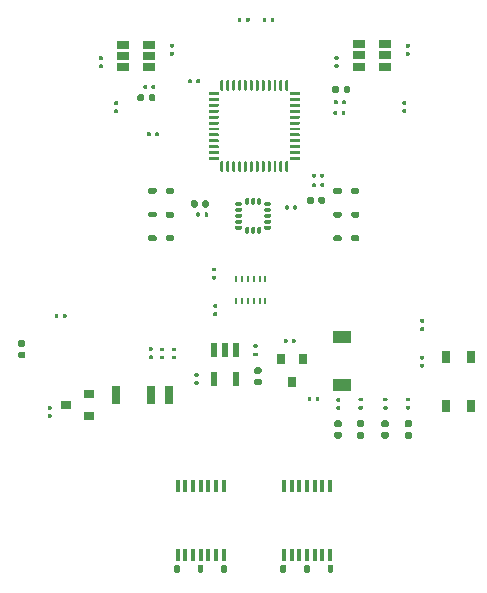
<source format=gtp>
G04 #@! TF.GenerationSoftware,KiCad,Pcbnew,(5.1.7)-1*
G04 #@! TF.CreationDate,2021-06-03T00:57:12+09:00*
G04 #@! TF.ProjectId,lapis,6c617069-732e-46b6-9963-61645f706362,rev?*
G04 #@! TF.SameCoordinates,Original*
G04 #@! TF.FileFunction,Paste,Top*
G04 #@! TF.FilePolarity,Positive*
%FSLAX46Y46*%
G04 Gerber Fmt 4.6, Leading zero omitted, Abs format (unit mm)*
G04 Created by KiCad (PCBNEW (5.1.7)-1) date 2021-06-03 00:57:12*
%MOMM*%
%LPD*%
G01*
G04 APERTURE LIST*
%ADD10R,0.700000X1.500000*%
%ADD11R,0.600000X1.200000*%
%ADD12R,0.250000X0.500000*%
%ADD13R,0.450000X1.000000*%
%ADD14R,1.060000X0.650000*%
%ADD15R,0.650000X1.050000*%
%ADD16R,0.800000X0.900000*%
%ADD17R,0.900000X0.800000*%
%ADD18R,1.600000X1.000000*%
G04 APERTURE END LIST*
D10*
X138090000Y-118980000D03*
X136590000Y-118980000D03*
X133590000Y-118980000D03*
D11*
X143750000Y-117650000D03*
X141850000Y-117650000D03*
X141850000Y-115150000D03*
X142800000Y-115150000D03*
X143750000Y-115150000D03*
D12*
X143740000Y-109140000D03*
X144240000Y-109140000D03*
X144740000Y-109140000D03*
X145240000Y-109140000D03*
X145740000Y-109140000D03*
X146240000Y-109140000D03*
X146240000Y-111040000D03*
X145740000Y-111040000D03*
X145240000Y-111040000D03*
X144740000Y-111040000D03*
X144240000Y-111040000D03*
X143740000Y-111040000D03*
D13*
X142700000Y-132538000D03*
X142050000Y-132538000D03*
X141400000Y-132538000D03*
X140750000Y-132538000D03*
X140100000Y-132538000D03*
X139450000Y-132538000D03*
X138800000Y-132538000D03*
X138800000Y-126662000D03*
X139450000Y-126662000D03*
X140100000Y-126662000D03*
X140750000Y-126662000D03*
X141400000Y-126662000D03*
X142050000Y-126662000D03*
X142700000Y-126662000D03*
X151700000Y-132538000D03*
X151050000Y-132538000D03*
X150400000Y-132538000D03*
X149750000Y-132538000D03*
X149100000Y-132538000D03*
X148450000Y-132538000D03*
X147800000Y-132538000D03*
X147800000Y-126662000D03*
X148450000Y-126662000D03*
X149100000Y-126662000D03*
X149750000Y-126662000D03*
X150400000Y-126662000D03*
X151050000Y-126662000D03*
X151700000Y-126662000D03*
D14*
X156330000Y-90220000D03*
X156330000Y-89270000D03*
X156330000Y-91170000D03*
X154130000Y-91170000D03*
X154130000Y-90220000D03*
X154130000Y-89270000D03*
X136420000Y-90260000D03*
X136420000Y-89310000D03*
X136420000Y-91210000D03*
X134220000Y-91210000D03*
X134220000Y-90260000D03*
X134220000Y-89310000D03*
G36*
G01*
X150493500Y-119400500D02*
X150493500Y-119199500D01*
G75*
G02*
X150573000Y-119120000I79500J0D01*
G01*
X150732000Y-119120000D01*
G75*
G02*
X150811500Y-119199500I0J-79500D01*
G01*
X150811500Y-119400500D01*
G75*
G02*
X150732000Y-119480000I-79500J0D01*
G01*
X150573000Y-119480000D01*
G75*
G02*
X150493500Y-119400500I0J79500D01*
G01*
G37*
G36*
G01*
X149803500Y-119400500D02*
X149803500Y-119199500D01*
G75*
G02*
X149883000Y-119120000I79500J0D01*
G01*
X150042000Y-119120000D01*
G75*
G02*
X150121500Y-119199500I0J-79500D01*
G01*
X150121500Y-119400500D01*
G75*
G02*
X150042000Y-119480000I-79500J0D01*
G01*
X149883000Y-119480000D01*
G75*
G02*
X149803500Y-119400500I0J79500D01*
G01*
G37*
G36*
G01*
X148114000Y-114299500D02*
X148114000Y-114500500D01*
G75*
G02*
X148034500Y-114580000I-79500J0D01*
G01*
X147875500Y-114580000D01*
G75*
G02*
X147796000Y-114500500I0J79500D01*
G01*
X147796000Y-114299500D01*
G75*
G02*
X147875500Y-114220000I79500J0D01*
G01*
X148034500Y-114220000D01*
G75*
G02*
X148114000Y-114299500I0J-79500D01*
G01*
G37*
G36*
G01*
X148804000Y-114299500D02*
X148804000Y-114500500D01*
G75*
G02*
X148724500Y-114580000I-79500J0D01*
G01*
X148565500Y-114580000D01*
G75*
G02*
X148486000Y-114500500I0J79500D01*
G01*
X148486000Y-114299500D01*
G75*
G02*
X148565500Y-114220000I79500J0D01*
G01*
X148724500Y-114220000D01*
G75*
G02*
X148804000Y-114299500I0J-79500D01*
G01*
G37*
G36*
G01*
X159605500Y-115971500D02*
X159404500Y-115971500D01*
G75*
G02*
X159325000Y-115892000I0J79500D01*
G01*
X159325000Y-115733000D01*
G75*
G02*
X159404500Y-115653500I79500J0D01*
G01*
X159605500Y-115653500D01*
G75*
G02*
X159685000Y-115733000I0J-79500D01*
G01*
X159685000Y-115892000D01*
G75*
G02*
X159605500Y-115971500I-79500J0D01*
G01*
G37*
G36*
G01*
X159605500Y-116661500D02*
X159404500Y-116661500D01*
G75*
G02*
X159325000Y-116582000I0J79500D01*
G01*
X159325000Y-116423000D01*
G75*
G02*
X159404500Y-116343500I79500J0D01*
G01*
X159605500Y-116343500D01*
G75*
G02*
X159685000Y-116423000I0J-79500D01*
G01*
X159685000Y-116582000D01*
G75*
G02*
X159605500Y-116661500I-79500J0D01*
G01*
G37*
G36*
G01*
X152500500Y-119546500D02*
X152299500Y-119546500D01*
G75*
G02*
X152220000Y-119467000I0J79500D01*
G01*
X152220000Y-119308000D01*
G75*
G02*
X152299500Y-119228500I79500J0D01*
G01*
X152500500Y-119228500D01*
G75*
G02*
X152580000Y-119308000I0J-79500D01*
G01*
X152580000Y-119467000D01*
G75*
G02*
X152500500Y-119546500I-79500J0D01*
G01*
G37*
G36*
G01*
X152500500Y-120236500D02*
X152299500Y-120236500D01*
G75*
G02*
X152220000Y-120157000I0J79500D01*
G01*
X152220000Y-119998000D01*
G75*
G02*
X152299500Y-119918500I79500J0D01*
G01*
X152500500Y-119918500D01*
G75*
G02*
X152580000Y-119998000I0J-79500D01*
G01*
X152580000Y-120157000D01*
G75*
G02*
X152500500Y-120236500I-79500J0D01*
G01*
G37*
G36*
G01*
X154400500Y-119514000D02*
X154199500Y-119514000D01*
G75*
G02*
X154120000Y-119434500I0J79500D01*
G01*
X154120000Y-119275500D01*
G75*
G02*
X154199500Y-119196000I79500J0D01*
G01*
X154400500Y-119196000D01*
G75*
G02*
X154480000Y-119275500I0J-79500D01*
G01*
X154480000Y-119434500D01*
G75*
G02*
X154400500Y-119514000I-79500J0D01*
G01*
G37*
G36*
G01*
X154400500Y-120204000D02*
X154199500Y-120204000D01*
G75*
G02*
X154120000Y-120124500I0J79500D01*
G01*
X154120000Y-119965500D01*
G75*
G02*
X154199500Y-119886000I79500J0D01*
G01*
X154400500Y-119886000D01*
G75*
G02*
X154480000Y-119965500I0J-79500D01*
G01*
X154480000Y-120124500D01*
G75*
G02*
X154400500Y-120204000I-79500J0D01*
G01*
G37*
G36*
G01*
X156500500Y-119514000D02*
X156299500Y-119514000D01*
G75*
G02*
X156220000Y-119434500I0J79500D01*
G01*
X156220000Y-119275500D01*
G75*
G02*
X156299500Y-119196000I79500J0D01*
G01*
X156500500Y-119196000D01*
G75*
G02*
X156580000Y-119275500I0J-79500D01*
G01*
X156580000Y-119434500D01*
G75*
G02*
X156500500Y-119514000I-79500J0D01*
G01*
G37*
G36*
G01*
X156500500Y-120204000D02*
X156299500Y-120204000D01*
G75*
G02*
X156220000Y-120124500I0J79500D01*
G01*
X156220000Y-119965500D01*
G75*
G02*
X156299500Y-119886000I79500J0D01*
G01*
X156500500Y-119886000D01*
G75*
G02*
X156580000Y-119965500I0J-79500D01*
G01*
X156580000Y-120124500D01*
G75*
G02*
X156500500Y-120204000I-79500J0D01*
G01*
G37*
G36*
G01*
X158400500Y-119514000D02*
X158199500Y-119514000D01*
G75*
G02*
X158120000Y-119434500I0J79500D01*
G01*
X158120000Y-119275500D01*
G75*
G02*
X158199500Y-119196000I79500J0D01*
G01*
X158400500Y-119196000D01*
G75*
G02*
X158480000Y-119275500I0J-79500D01*
G01*
X158480000Y-119434500D01*
G75*
G02*
X158400500Y-119514000I-79500J0D01*
G01*
G37*
G36*
G01*
X158400500Y-120204000D02*
X158199500Y-120204000D01*
G75*
G02*
X158120000Y-120124500I0J79500D01*
G01*
X158120000Y-119965500D01*
G75*
G02*
X158199500Y-119886000I79500J0D01*
G01*
X158400500Y-119886000D01*
G75*
G02*
X158480000Y-119965500I0J-79500D01*
G01*
X158480000Y-120124500D01*
G75*
G02*
X158400500Y-120204000I-79500J0D01*
G01*
G37*
G36*
G01*
X152360500Y-90576500D02*
X152159500Y-90576500D01*
G75*
G02*
X152080000Y-90497000I0J79500D01*
G01*
X152080000Y-90338000D01*
G75*
G02*
X152159500Y-90258500I79500J0D01*
G01*
X152360500Y-90258500D01*
G75*
G02*
X152440000Y-90338000I0J-79500D01*
G01*
X152440000Y-90497000D01*
G75*
G02*
X152360500Y-90576500I-79500J0D01*
G01*
G37*
G36*
G01*
X152360500Y-91266500D02*
X152159500Y-91266500D01*
G75*
G02*
X152080000Y-91187000I0J79500D01*
G01*
X152080000Y-91028000D01*
G75*
G02*
X152159500Y-90948500I79500J0D01*
G01*
X152360500Y-90948500D01*
G75*
G02*
X152440000Y-91028000I0J-79500D01*
G01*
X152440000Y-91187000D01*
G75*
G02*
X152360500Y-91266500I-79500J0D01*
G01*
G37*
G36*
G01*
X129086000Y-112400500D02*
X129086000Y-112199500D01*
G75*
G02*
X129165500Y-112120000I79500J0D01*
G01*
X129324500Y-112120000D01*
G75*
G02*
X129404000Y-112199500I0J-79500D01*
G01*
X129404000Y-112400500D01*
G75*
G02*
X129324500Y-112480000I-79500J0D01*
G01*
X129165500Y-112480000D01*
G75*
G02*
X129086000Y-112400500I0J79500D01*
G01*
G37*
G36*
G01*
X128396000Y-112400500D02*
X128396000Y-112199500D01*
G75*
G02*
X128475500Y-112120000I79500J0D01*
G01*
X128634500Y-112120000D01*
G75*
G02*
X128714000Y-112199500I0J-79500D01*
G01*
X128714000Y-112400500D01*
G75*
G02*
X128634500Y-112480000I-79500J0D01*
G01*
X128475500Y-112480000D01*
G75*
G02*
X128396000Y-112400500I0J79500D01*
G01*
G37*
G36*
G01*
X137399500Y-115646000D02*
X137600500Y-115646000D01*
G75*
G02*
X137680000Y-115725500I0J-79500D01*
G01*
X137680000Y-115884500D01*
G75*
G02*
X137600500Y-115964000I-79500J0D01*
G01*
X137399500Y-115964000D01*
G75*
G02*
X137320000Y-115884500I0J79500D01*
G01*
X137320000Y-115725500D01*
G75*
G02*
X137399500Y-115646000I79500J0D01*
G01*
G37*
G36*
G01*
X137399500Y-114956000D02*
X137600500Y-114956000D01*
G75*
G02*
X137680000Y-115035500I0J-79500D01*
G01*
X137680000Y-115194500D01*
G75*
G02*
X137600500Y-115274000I-79500J0D01*
G01*
X137399500Y-115274000D01*
G75*
G02*
X137320000Y-115194500I0J79500D01*
G01*
X137320000Y-115035500D01*
G75*
G02*
X137399500Y-114956000I79500J0D01*
G01*
G37*
G36*
G01*
X136630500Y-115254000D02*
X136429500Y-115254000D01*
G75*
G02*
X136350000Y-115174500I0J79500D01*
G01*
X136350000Y-115015500D01*
G75*
G02*
X136429500Y-114936000I79500J0D01*
G01*
X136630500Y-114936000D01*
G75*
G02*
X136710000Y-115015500I0J-79500D01*
G01*
X136710000Y-115174500D01*
G75*
G02*
X136630500Y-115254000I-79500J0D01*
G01*
G37*
G36*
G01*
X136630500Y-115944000D02*
X136429500Y-115944000D01*
G75*
G02*
X136350000Y-115864500I0J79500D01*
G01*
X136350000Y-115705500D01*
G75*
G02*
X136429500Y-115626000I79500J0D01*
G01*
X136630500Y-115626000D01*
G75*
G02*
X136710000Y-115705500I0J-79500D01*
G01*
X136710000Y-115864500D01*
G75*
G02*
X136630500Y-115944000I-79500J0D01*
G01*
G37*
G36*
G01*
X128070500Y-120226500D02*
X127869500Y-120226500D01*
G75*
G02*
X127790000Y-120147000I0J79500D01*
G01*
X127790000Y-119988000D01*
G75*
G02*
X127869500Y-119908500I79500J0D01*
G01*
X128070500Y-119908500D01*
G75*
G02*
X128150000Y-119988000I0J-79500D01*
G01*
X128150000Y-120147000D01*
G75*
G02*
X128070500Y-120226500I-79500J0D01*
G01*
G37*
G36*
G01*
X128070500Y-120916500D02*
X127869500Y-120916500D01*
G75*
G02*
X127790000Y-120837000I0J79500D01*
G01*
X127790000Y-120678000D01*
G75*
G02*
X127869500Y-120598500I79500J0D01*
G01*
X128070500Y-120598500D01*
G75*
G02*
X128150000Y-120678000I0J-79500D01*
G01*
X128150000Y-120837000D01*
G75*
G02*
X128070500Y-120916500I-79500J0D01*
G01*
G37*
G36*
G01*
X144586000Y-87300500D02*
X144586000Y-87099500D01*
G75*
G02*
X144665500Y-87020000I79500J0D01*
G01*
X144824500Y-87020000D01*
G75*
G02*
X144904000Y-87099500I0J-79500D01*
G01*
X144904000Y-87300500D01*
G75*
G02*
X144824500Y-87380000I-79500J0D01*
G01*
X144665500Y-87380000D01*
G75*
G02*
X144586000Y-87300500I0J79500D01*
G01*
G37*
G36*
G01*
X143896000Y-87300500D02*
X143896000Y-87099500D01*
G75*
G02*
X143975500Y-87020000I79500J0D01*
G01*
X144134500Y-87020000D01*
G75*
G02*
X144214000Y-87099500I0J-79500D01*
G01*
X144214000Y-87300500D01*
G75*
G02*
X144134500Y-87380000I-79500J0D01*
G01*
X143975500Y-87380000D01*
G75*
G02*
X143896000Y-87300500I0J79500D01*
G01*
G37*
G36*
G01*
X133700500Y-94414000D02*
X133499500Y-94414000D01*
G75*
G02*
X133420000Y-94334500I0J79500D01*
G01*
X133420000Y-94175500D01*
G75*
G02*
X133499500Y-94096000I79500J0D01*
G01*
X133700500Y-94096000D01*
G75*
G02*
X133780000Y-94175500I0J-79500D01*
G01*
X133780000Y-94334500D01*
G75*
G02*
X133700500Y-94414000I-79500J0D01*
G01*
G37*
G36*
G01*
X133700500Y-95104000D02*
X133499500Y-95104000D01*
G75*
G02*
X133420000Y-95024500I0J79500D01*
G01*
X133420000Y-94865500D01*
G75*
G02*
X133499500Y-94786000I79500J0D01*
G01*
X133700500Y-94786000D01*
G75*
G02*
X133780000Y-94865500I0J-79500D01*
G01*
X133780000Y-95024500D01*
G75*
G02*
X133700500Y-95104000I-79500J0D01*
G01*
G37*
G36*
G01*
X158100500Y-94414000D02*
X157899500Y-94414000D01*
G75*
G02*
X157820000Y-94334500I0J79500D01*
G01*
X157820000Y-94175500D01*
G75*
G02*
X157899500Y-94096000I79500J0D01*
G01*
X158100500Y-94096000D01*
G75*
G02*
X158180000Y-94175500I0J-79500D01*
G01*
X158180000Y-94334500D01*
G75*
G02*
X158100500Y-94414000I-79500J0D01*
G01*
G37*
G36*
G01*
X158100500Y-95104000D02*
X157899500Y-95104000D01*
G75*
G02*
X157820000Y-95024500I0J79500D01*
G01*
X157820000Y-94865500D01*
G75*
G02*
X157899500Y-94786000I79500J0D01*
G01*
X158100500Y-94786000D01*
G75*
G02*
X158180000Y-94865500I0J-79500D01*
G01*
X158180000Y-95024500D01*
G75*
G02*
X158100500Y-95104000I-79500J0D01*
G01*
G37*
G36*
G01*
X146314000Y-87099500D02*
X146314000Y-87300500D01*
G75*
G02*
X146234500Y-87380000I-79500J0D01*
G01*
X146075500Y-87380000D01*
G75*
G02*
X145996000Y-87300500I0J79500D01*
G01*
X145996000Y-87099500D01*
G75*
G02*
X146075500Y-87020000I79500J0D01*
G01*
X146234500Y-87020000D01*
G75*
G02*
X146314000Y-87099500I0J-79500D01*
G01*
G37*
G36*
G01*
X147004000Y-87099500D02*
X147004000Y-87300500D01*
G75*
G02*
X146924500Y-87380000I-79500J0D01*
G01*
X146765500Y-87380000D01*
G75*
G02*
X146686000Y-87300500I0J79500D01*
G01*
X146686000Y-87099500D01*
G75*
G02*
X146765500Y-87020000I79500J0D01*
G01*
X146924500Y-87020000D01*
G75*
G02*
X147004000Y-87099500I0J-79500D01*
G01*
G37*
G36*
G01*
X132400500Y-90616500D02*
X132199500Y-90616500D01*
G75*
G02*
X132120000Y-90537000I0J79500D01*
G01*
X132120000Y-90378000D01*
G75*
G02*
X132199500Y-90298500I79500J0D01*
G01*
X132400500Y-90298500D01*
G75*
G02*
X132480000Y-90378000I0J-79500D01*
G01*
X132480000Y-90537000D01*
G75*
G02*
X132400500Y-90616500I-79500J0D01*
G01*
G37*
G36*
G01*
X132400500Y-91306500D02*
X132199500Y-91306500D01*
G75*
G02*
X132120000Y-91227000I0J79500D01*
G01*
X132120000Y-91068000D01*
G75*
G02*
X132199500Y-90988500I79500J0D01*
G01*
X132400500Y-90988500D01*
G75*
G02*
X132480000Y-91068000I0J-79500D01*
G01*
X132480000Y-91227000D01*
G75*
G02*
X132400500Y-91306500I-79500J0D01*
G01*
G37*
G36*
G01*
X152227500Y-121120000D02*
X152572500Y-121120000D01*
G75*
G02*
X152720000Y-121267500I0J-147500D01*
G01*
X152720000Y-121562500D01*
G75*
G02*
X152572500Y-121710000I-147500J0D01*
G01*
X152227500Y-121710000D01*
G75*
G02*
X152080000Y-121562500I0J147500D01*
G01*
X152080000Y-121267500D01*
G75*
G02*
X152227500Y-121120000I147500J0D01*
G01*
G37*
G36*
G01*
X152227500Y-122090000D02*
X152572500Y-122090000D01*
G75*
G02*
X152720000Y-122237500I0J-147500D01*
G01*
X152720000Y-122532500D01*
G75*
G02*
X152572500Y-122680000I-147500J0D01*
G01*
X152227500Y-122680000D01*
G75*
G02*
X152080000Y-122532500I0J147500D01*
G01*
X152080000Y-122237500D01*
G75*
G02*
X152227500Y-122090000I147500J0D01*
G01*
G37*
G36*
G01*
X154127500Y-122090000D02*
X154472500Y-122090000D01*
G75*
G02*
X154620000Y-122237500I0J-147500D01*
G01*
X154620000Y-122532500D01*
G75*
G02*
X154472500Y-122680000I-147500J0D01*
G01*
X154127500Y-122680000D01*
G75*
G02*
X153980000Y-122532500I0J147500D01*
G01*
X153980000Y-122237500D01*
G75*
G02*
X154127500Y-122090000I147500J0D01*
G01*
G37*
G36*
G01*
X154127500Y-121120000D02*
X154472500Y-121120000D01*
G75*
G02*
X154620000Y-121267500I0J-147500D01*
G01*
X154620000Y-121562500D01*
G75*
G02*
X154472500Y-121710000I-147500J0D01*
G01*
X154127500Y-121710000D01*
G75*
G02*
X153980000Y-121562500I0J147500D01*
G01*
X153980000Y-121267500D01*
G75*
G02*
X154127500Y-121120000I147500J0D01*
G01*
G37*
G36*
G01*
X156197500Y-122090000D02*
X156542500Y-122090000D01*
G75*
G02*
X156690000Y-122237500I0J-147500D01*
G01*
X156690000Y-122532500D01*
G75*
G02*
X156542500Y-122680000I-147500J0D01*
G01*
X156197500Y-122680000D01*
G75*
G02*
X156050000Y-122532500I0J147500D01*
G01*
X156050000Y-122237500D01*
G75*
G02*
X156197500Y-122090000I147500J0D01*
G01*
G37*
G36*
G01*
X156197500Y-121120000D02*
X156542500Y-121120000D01*
G75*
G02*
X156690000Y-121267500I0J-147500D01*
G01*
X156690000Y-121562500D01*
G75*
G02*
X156542500Y-121710000I-147500J0D01*
G01*
X156197500Y-121710000D01*
G75*
G02*
X156050000Y-121562500I0J147500D01*
G01*
X156050000Y-121267500D01*
G75*
G02*
X156197500Y-121120000I147500J0D01*
G01*
G37*
G36*
G01*
X158167500Y-122090000D02*
X158512500Y-122090000D01*
G75*
G02*
X158660000Y-122237500I0J-147500D01*
G01*
X158660000Y-122532500D01*
G75*
G02*
X158512500Y-122680000I-147500J0D01*
G01*
X158167500Y-122680000D01*
G75*
G02*
X158020000Y-122532500I0J147500D01*
G01*
X158020000Y-122237500D01*
G75*
G02*
X158167500Y-122090000I147500J0D01*
G01*
G37*
G36*
G01*
X158167500Y-121120000D02*
X158512500Y-121120000D01*
G75*
G02*
X158660000Y-121267500I0J-147500D01*
G01*
X158660000Y-121562500D01*
G75*
G02*
X158512500Y-121710000I-147500J0D01*
G01*
X158167500Y-121710000D01*
G75*
G02*
X158020000Y-121562500I0J147500D01*
G01*
X158020000Y-121267500D01*
G75*
G02*
X158167500Y-121120000I147500J0D01*
G01*
G37*
G36*
G01*
X125772500Y-115880000D02*
X125427500Y-115880000D01*
G75*
G02*
X125280000Y-115732500I0J147500D01*
G01*
X125280000Y-115437500D01*
G75*
G02*
X125427500Y-115290000I147500J0D01*
G01*
X125772500Y-115290000D01*
G75*
G02*
X125920000Y-115437500I0J-147500D01*
G01*
X125920000Y-115732500D01*
G75*
G02*
X125772500Y-115880000I-147500J0D01*
G01*
G37*
G36*
G01*
X125772500Y-114910000D02*
X125427500Y-114910000D01*
G75*
G02*
X125280000Y-114762500I0J147500D01*
G01*
X125280000Y-114467500D01*
G75*
G02*
X125427500Y-114320000I147500J0D01*
G01*
X125772500Y-114320000D01*
G75*
G02*
X125920000Y-114467500I0J-147500D01*
G01*
X125920000Y-114762500D01*
G75*
G02*
X125772500Y-114910000I-147500J0D01*
G01*
G37*
G36*
G01*
X150732500Y-102670000D02*
X150732500Y-102330000D01*
G75*
G02*
X150872500Y-102190000I140000J0D01*
G01*
X151152500Y-102190000D01*
G75*
G02*
X151292500Y-102330000I0J-140000D01*
G01*
X151292500Y-102670000D01*
G75*
G02*
X151152500Y-102810000I-140000J0D01*
G01*
X150872500Y-102810000D01*
G75*
G02*
X150732500Y-102670000I0J140000D01*
G01*
G37*
G36*
G01*
X149772500Y-102670000D02*
X149772500Y-102330000D01*
G75*
G02*
X149912500Y-102190000I140000J0D01*
G01*
X150192500Y-102190000D01*
G75*
G02*
X150332500Y-102330000I0J-140000D01*
G01*
X150332500Y-102670000D01*
G75*
G02*
X150192500Y-102810000I-140000J0D01*
G01*
X149912500Y-102810000D01*
G75*
G02*
X149772500Y-102670000I0J140000D01*
G01*
G37*
G36*
G01*
X136514000Y-96799500D02*
X136514000Y-97000500D01*
G75*
G02*
X136434500Y-97080000I-79500J0D01*
G01*
X136275500Y-97080000D01*
G75*
G02*
X136196000Y-97000500I0J79500D01*
G01*
X136196000Y-96799500D01*
G75*
G02*
X136275500Y-96720000I79500J0D01*
G01*
X136434500Y-96720000D01*
G75*
G02*
X136514000Y-96799500I0J-79500D01*
G01*
G37*
G36*
G01*
X137204000Y-96799500D02*
X137204000Y-97000500D01*
G75*
G02*
X137124500Y-97080000I-79500J0D01*
G01*
X136965500Y-97080000D01*
G75*
G02*
X136886000Y-97000500I0J79500D01*
G01*
X136886000Y-96799500D01*
G75*
G02*
X136965500Y-96720000I79500J0D01*
G01*
X137124500Y-96720000D01*
G75*
G02*
X137204000Y-96799500I0J-79500D01*
G01*
G37*
G36*
G01*
X136221500Y-92799500D02*
X136221500Y-93000500D01*
G75*
G02*
X136142000Y-93080000I-79500J0D01*
G01*
X135983000Y-93080000D01*
G75*
G02*
X135903500Y-93000500I0J79500D01*
G01*
X135903500Y-92799500D01*
G75*
G02*
X135983000Y-92720000I79500J0D01*
G01*
X136142000Y-92720000D01*
G75*
G02*
X136221500Y-92799500I0J-79500D01*
G01*
G37*
G36*
G01*
X136911500Y-92799500D02*
X136911500Y-93000500D01*
G75*
G02*
X136832000Y-93080000I-79500J0D01*
G01*
X136673000Y-93080000D01*
G75*
G02*
X136593500Y-93000500I0J79500D01*
G01*
X136593500Y-92799500D01*
G75*
G02*
X136673000Y-92720000I79500J0D01*
G01*
X136832000Y-92720000D01*
G75*
G02*
X136911500Y-92799500I0J-79500D01*
G01*
G37*
G36*
G01*
X150893500Y-100500500D02*
X150893500Y-100299500D01*
G75*
G02*
X150973000Y-100220000I79500J0D01*
G01*
X151132000Y-100220000D01*
G75*
G02*
X151211500Y-100299500I0J-79500D01*
G01*
X151211500Y-100500500D01*
G75*
G02*
X151132000Y-100580000I-79500J0D01*
G01*
X150973000Y-100580000D01*
G75*
G02*
X150893500Y-100500500I0J79500D01*
G01*
G37*
G36*
G01*
X150203500Y-100500500D02*
X150203500Y-100299500D01*
G75*
G02*
X150283000Y-100220000I79500J0D01*
G01*
X150442000Y-100220000D01*
G75*
G02*
X150521500Y-100299500I0J-79500D01*
G01*
X150521500Y-100500500D01*
G75*
G02*
X150442000Y-100580000I-79500J0D01*
G01*
X150283000Y-100580000D01*
G75*
G02*
X150203500Y-100500500I0J79500D01*
G01*
G37*
G36*
G01*
X140014000Y-92299500D02*
X140014000Y-92500500D01*
G75*
G02*
X139934500Y-92580000I-79500J0D01*
G01*
X139775500Y-92580000D01*
G75*
G02*
X139696000Y-92500500I0J79500D01*
G01*
X139696000Y-92299500D01*
G75*
G02*
X139775500Y-92220000I79500J0D01*
G01*
X139934500Y-92220000D01*
G75*
G02*
X140014000Y-92299500I0J-79500D01*
G01*
G37*
G36*
G01*
X140704000Y-92299500D02*
X140704000Y-92500500D01*
G75*
G02*
X140624500Y-92580000I-79500J0D01*
G01*
X140465500Y-92580000D01*
G75*
G02*
X140386000Y-92500500I0J79500D01*
G01*
X140386000Y-92299500D01*
G75*
G02*
X140465500Y-92220000I79500J0D01*
G01*
X140624500Y-92220000D01*
G75*
G02*
X140704000Y-92299500I0J-79500D01*
G01*
G37*
G36*
G01*
X152723500Y-94290500D02*
X152723500Y-94089500D01*
G75*
G02*
X152803000Y-94010000I79500J0D01*
G01*
X152962000Y-94010000D01*
G75*
G02*
X153041500Y-94089500I0J-79500D01*
G01*
X153041500Y-94290500D01*
G75*
G02*
X152962000Y-94370000I-79500J0D01*
G01*
X152803000Y-94370000D01*
G75*
G02*
X152723500Y-94290500I0J79500D01*
G01*
G37*
G36*
G01*
X152033500Y-94290500D02*
X152033500Y-94089500D01*
G75*
G02*
X152113000Y-94010000I79500J0D01*
G01*
X152272000Y-94010000D01*
G75*
G02*
X152351500Y-94089500I0J-79500D01*
G01*
X152351500Y-94290500D01*
G75*
G02*
X152272000Y-94370000I-79500J0D01*
G01*
X152113000Y-94370000D01*
G75*
G02*
X152033500Y-94290500I0J79500D01*
G01*
G37*
G36*
G01*
X150886000Y-101300500D02*
X150886000Y-101099500D01*
G75*
G02*
X150965500Y-101020000I79500J0D01*
G01*
X151124500Y-101020000D01*
G75*
G02*
X151204000Y-101099500I0J-79500D01*
G01*
X151204000Y-101300500D01*
G75*
G02*
X151124500Y-101380000I-79500J0D01*
G01*
X150965500Y-101380000D01*
G75*
G02*
X150886000Y-101300500I0J79500D01*
G01*
G37*
G36*
G01*
X150196000Y-101300500D02*
X150196000Y-101099500D01*
G75*
G02*
X150275500Y-101020000I79500J0D01*
G01*
X150434500Y-101020000D01*
G75*
G02*
X150514000Y-101099500I0J-79500D01*
G01*
X150514000Y-101300500D01*
G75*
G02*
X150434500Y-101380000I-79500J0D01*
G01*
X150275500Y-101380000D01*
G75*
G02*
X150196000Y-101300500I0J79500D01*
G01*
G37*
G36*
G01*
X152867500Y-93270000D02*
X152867500Y-92930000D01*
G75*
G02*
X153007500Y-92790000I140000J0D01*
G01*
X153287500Y-92790000D01*
G75*
G02*
X153427500Y-92930000I0J-140000D01*
G01*
X153427500Y-93270000D01*
G75*
G02*
X153287500Y-93410000I-140000J0D01*
G01*
X153007500Y-93410000D01*
G75*
G02*
X152867500Y-93270000I0J140000D01*
G01*
G37*
G36*
G01*
X151907500Y-93270000D02*
X151907500Y-92930000D01*
G75*
G02*
X152047500Y-92790000I140000J0D01*
G01*
X152327500Y-92790000D01*
G75*
G02*
X152467500Y-92930000I0J-140000D01*
G01*
X152467500Y-93270000D01*
G75*
G02*
X152327500Y-93410000I-140000J0D01*
G01*
X152047500Y-93410000D01*
G75*
G02*
X151907500Y-93270000I0J140000D01*
G01*
G37*
G36*
G01*
X135967500Y-93630000D02*
X135967500Y-93970000D01*
G75*
G02*
X135827500Y-94110000I-140000J0D01*
G01*
X135547500Y-94110000D01*
G75*
G02*
X135407500Y-93970000I0J140000D01*
G01*
X135407500Y-93630000D01*
G75*
G02*
X135547500Y-93490000I140000J0D01*
G01*
X135827500Y-93490000D01*
G75*
G02*
X135967500Y-93630000I0J-140000D01*
G01*
G37*
G36*
G01*
X136927500Y-93630000D02*
X136927500Y-93970000D01*
G75*
G02*
X136787500Y-94110000I-140000J0D01*
G01*
X136507500Y-94110000D01*
G75*
G02*
X136367500Y-93970000I0J140000D01*
G01*
X136367500Y-93630000D01*
G75*
G02*
X136507500Y-93490000I140000J0D01*
G01*
X136787500Y-93490000D01*
G75*
G02*
X136927500Y-93630000I0J-140000D01*
G01*
G37*
G36*
G01*
X159605500Y-112864000D02*
X159404500Y-112864000D01*
G75*
G02*
X159325000Y-112784500I0J79500D01*
G01*
X159325000Y-112625500D01*
G75*
G02*
X159404500Y-112546000I79500J0D01*
G01*
X159605500Y-112546000D01*
G75*
G02*
X159685000Y-112625500I0J-79500D01*
G01*
X159685000Y-112784500D01*
G75*
G02*
X159605500Y-112864000I-79500J0D01*
G01*
G37*
G36*
G01*
X159605500Y-113554000D02*
X159404500Y-113554000D01*
G75*
G02*
X159325000Y-113474500I0J79500D01*
G01*
X159325000Y-113315500D01*
G75*
G02*
X159404500Y-113236000I79500J0D01*
G01*
X159605500Y-113236000D01*
G75*
G02*
X159685000Y-113315500I0J-79500D01*
G01*
X159685000Y-113474500D01*
G75*
G02*
X159605500Y-113554000I-79500J0D01*
G01*
G37*
G36*
G01*
X158189500Y-89936000D02*
X158390500Y-89936000D01*
G75*
G02*
X158470000Y-90015500I0J-79500D01*
G01*
X158470000Y-90174500D01*
G75*
G02*
X158390500Y-90254000I-79500J0D01*
G01*
X158189500Y-90254000D01*
G75*
G02*
X158110000Y-90174500I0J79500D01*
G01*
X158110000Y-90015500D01*
G75*
G02*
X158189500Y-89936000I79500J0D01*
G01*
G37*
G36*
G01*
X158189500Y-89246000D02*
X158390500Y-89246000D01*
G75*
G02*
X158470000Y-89325500I0J-79500D01*
G01*
X158470000Y-89484500D01*
G75*
G02*
X158390500Y-89564000I-79500J0D01*
G01*
X158189500Y-89564000D01*
G75*
G02*
X158110000Y-89484500I0J79500D01*
G01*
X158110000Y-89325500D01*
G75*
G02*
X158189500Y-89246000I79500J0D01*
G01*
G37*
G36*
G01*
X138600500Y-115274000D02*
X138399500Y-115274000D01*
G75*
G02*
X138320000Y-115194500I0J79500D01*
G01*
X138320000Y-115035500D01*
G75*
G02*
X138399500Y-114956000I79500J0D01*
G01*
X138600500Y-114956000D01*
G75*
G02*
X138680000Y-115035500I0J-79500D01*
G01*
X138680000Y-115194500D01*
G75*
G02*
X138600500Y-115274000I-79500J0D01*
G01*
G37*
G36*
G01*
X138600500Y-115964000D02*
X138399500Y-115964000D01*
G75*
G02*
X138320000Y-115884500I0J79500D01*
G01*
X138320000Y-115725500D01*
G75*
G02*
X138399500Y-115646000I79500J0D01*
G01*
X138600500Y-115646000D01*
G75*
G02*
X138680000Y-115725500I0J-79500D01*
G01*
X138680000Y-115884500D01*
G75*
G02*
X138600500Y-115964000I-79500J0D01*
G01*
G37*
G36*
G01*
X145770000Y-117200000D02*
X145430000Y-117200000D01*
G75*
G02*
X145290000Y-117060000I0J140000D01*
G01*
X145290000Y-116780000D01*
G75*
G02*
X145430000Y-116640000I140000J0D01*
G01*
X145770000Y-116640000D01*
G75*
G02*
X145910000Y-116780000I0J-140000D01*
G01*
X145910000Y-117060000D01*
G75*
G02*
X145770000Y-117200000I-140000J0D01*
G01*
G37*
G36*
G01*
X145770000Y-118160000D02*
X145430000Y-118160000D01*
G75*
G02*
X145290000Y-118020000I0J140000D01*
G01*
X145290000Y-117740000D01*
G75*
G02*
X145430000Y-117600000I140000J0D01*
G01*
X145770000Y-117600000D01*
G75*
G02*
X145910000Y-117740000I0J-140000D01*
G01*
X145910000Y-118020000D01*
G75*
G02*
X145770000Y-118160000I-140000J0D01*
G01*
G37*
G36*
G01*
X140500500Y-117414000D02*
X140299500Y-117414000D01*
G75*
G02*
X140220000Y-117334500I0J79500D01*
G01*
X140220000Y-117175500D01*
G75*
G02*
X140299500Y-117096000I79500J0D01*
G01*
X140500500Y-117096000D01*
G75*
G02*
X140580000Y-117175500I0J-79500D01*
G01*
X140580000Y-117334500D01*
G75*
G02*
X140500500Y-117414000I-79500J0D01*
G01*
G37*
G36*
G01*
X140500500Y-118104000D02*
X140299500Y-118104000D01*
G75*
G02*
X140220000Y-118024500I0J79500D01*
G01*
X140220000Y-117865500D01*
G75*
G02*
X140299500Y-117786000I79500J0D01*
G01*
X140500500Y-117786000D01*
G75*
G02*
X140580000Y-117865500I0J-79500D01*
G01*
X140580000Y-118024500D01*
G75*
G02*
X140500500Y-118104000I-79500J0D01*
G01*
G37*
G36*
G01*
X145299500Y-115386000D02*
X145500500Y-115386000D01*
G75*
G02*
X145580000Y-115465500I0J-79500D01*
G01*
X145580000Y-115624500D01*
G75*
G02*
X145500500Y-115704000I-79500J0D01*
G01*
X145299500Y-115704000D01*
G75*
G02*
X145220000Y-115624500I0J79500D01*
G01*
X145220000Y-115465500D01*
G75*
G02*
X145299500Y-115386000I79500J0D01*
G01*
G37*
G36*
G01*
X145299500Y-114696000D02*
X145500500Y-114696000D01*
G75*
G02*
X145580000Y-114775500I0J-79500D01*
G01*
X145580000Y-114934500D01*
G75*
G02*
X145500500Y-115014000I-79500J0D01*
G01*
X145299500Y-115014000D01*
G75*
G02*
X145220000Y-114934500I0J79500D01*
G01*
X145220000Y-114775500D01*
G75*
G02*
X145299500Y-114696000I79500J0D01*
G01*
G37*
G36*
G01*
X142000500Y-108514000D02*
X141799500Y-108514000D01*
G75*
G02*
X141720000Y-108434500I0J79500D01*
G01*
X141720000Y-108275500D01*
G75*
G02*
X141799500Y-108196000I79500J0D01*
G01*
X142000500Y-108196000D01*
G75*
G02*
X142080000Y-108275500I0J-79500D01*
G01*
X142080000Y-108434500D01*
G75*
G02*
X142000500Y-108514000I-79500J0D01*
G01*
G37*
G36*
G01*
X142000500Y-109204000D02*
X141799500Y-109204000D01*
G75*
G02*
X141720000Y-109124500I0J79500D01*
G01*
X141720000Y-108965500D01*
G75*
G02*
X141799500Y-108886000I79500J0D01*
G01*
X142000500Y-108886000D01*
G75*
G02*
X142080000Y-108965500I0J-79500D01*
G01*
X142080000Y-109124500D01*
G75*
G02*
X142000500Y-109204000I-79500J0D01*
G01*
G37*
G36*
G01*
X141899500Y-111986000D02*
X142100500Y-111986000D01*
G75*
G02*
X142180000Y-112065500I0J-79500D01*
G01*
X142180000Y-112224500D01*
G75*
G02*
X142100500Y-112304000I-79500J0D01*
G01*
X141899500Y-112304000D01*
G75*
G02*
X141820000Y-112224500I0J79500D01*
G01*
X141820000Y-112065500D01*
G75*
G02*
X141899500Y-111986000I79500J0D01*
G01*
G37*
G36*
G01*
X141899500Y-111296000D02*
X142100500Y-111296000D01*
G75*
G02*
X142180000Y-111375500I0J-79500D01*
G01*
X142180000Y-111534500D01*
G75*
G02*
X142100500Y-111614000I-79500J0D01*
G01*
X141899500Y-111614000D01*
G75*
G02*
X141820000Y-111534500I0J79500D01*
G01*
X141820000Y-111375500D01*
G75*
G02*
X141899500Y-111296000I79500J0D01*
G01*
G37*
G36*
G01*
X138219500Y-89926000D02*
X138420500Y-89926000D01*
G75*
G02*
X138500000Y-90005500I0J-79500D01*
G01*
X138500000Y-90164500D01*
G75*
G02*
X138420500Y-90244000I-79500J0D01*
G01*
X138219500Y-90244000D01*
G75*
G02*
X138140000Y-90164500I0J79500D01*
G01*
X138140000Y-90005500D01*
G75*
G02*
X138219500Y-89926000I79500J0D01*
G01*
G37*
G36*
G01*
X138219500Y-89236000D02*
X138420500Y-89236000D01*
G75*
G02*
X138500000Y-89315500I0J-79500D01*
G01*
X138500000Y-89474500D01*
G75*
G02*
X138420500Y-89554000I-79500J0D01*
G01*
X138219500Y-89554000D01*
G75*
G02*
X138140000Y-89474500I0J79500D01*
G01*
X138140000Y-89315500D01*
G75*
G02*
X138219500Y-89236000I79500J0D01*
G01*
G37*
G36*
G01*
X148586000Y-103200500D02*
X148586000Y-102999500D01*
G75*
G02*
X148665500Y-102920000I79500J0D01*
G01*
X148824500Y-102920000D01*
G75*
G02*
X148904000Y-102999500I0J-79500D01*
G01*
X148904000Y-103200500D01*
G75*
G02*
X148824500Y-103280000I-79500J0D01*
G01*
X148665500Y-103280000D01*
G75*
G02*
X148586000Y-103200500I0J79500D01*
G01*
G37*
G36*
G01*
X147896000Y-103200500D02*
X147896000Y-102999500D01*
G75*
G02*
X147975500Y-102920000I79500J0D01*
G01*
X148134500Y-102920000D01*
G75*
G02*
X148214000Y-102999500I0J-79500D01*
G01*
X148214000Y-103200500D01*
G75*
G02*
X148134500Y-103280000I-79500J0D01*
G01*
X147975500Y-103280000D01*
G75*
G02*
X147896000Y-103200500I0J79500D01*
G01*
G37*
G36*
G01*
X152686000Y-95200500D02*
X152686000Y-94999500D01*
G75*
G02*
X152765500Y-94920000I79500J0D01*
G01*
X152924500Y-94920000D01*
G75*
G02*
X153004000Y-94999500I0J-79500D01*
G01*
X153004000Y-95200500D01*
G75*
G02*
X152924500Y-95280000I-79500J0D01*
G01*
X152765500Y-95280000D01*
G75*
G02*
X152686000Y-95200500I0J79500D01*
G01*
G37*
G36*
G01*
X151996000Y-95200500D02*
X151996000Y-94999500D01*
G75*
G02*
X152075500Y-94920000I79500J0D01*
G01*
X152234500Y-94920000D01*
G75*
G02*
X152314000Y-94999500I0J-79500D01*
G01*
X152314000Y-95200500D01*
G75*
G02*
X152234500Y-95280000I-79500J0D01*
G01*
X152075500Y-95280000D01*
G75*
G02*
X151996000Y-95200500I0J79500D01*
G01*
G37*
G36*
G01*
X140714000Y-103599500D02*
X140714000Y-103800500D01*
G75*
G02*
X140634500Y-103880000I-79500J0D01*
G01*
X140475500Y-103880000D01*
G75*
G02*
X140396000Y-103800500I0J79500D01*
G01*
X140396000Y-103599500D01*
G75*
G02*
X140475500Y-103520000I79500J0D01*
G01*
X140634500Y-103520000D01*
G75*
G02*
X140714000Y-103599500I0J-79500D01*
G01*
G37*
G36*
G01*
X141404000Y-103599500D02*
X141404000Y-103800500D01*
G75*
G02*
X141324500Y-103880000I-79500J0D01*
G01*
X141165500Y-103880000D01*
G75*
G02*
X141086000Y-103800500I0J79500D01*
G01*
X141086000Y-103599500D01*
G75*
G02*
X141165500Y-103520000I79500J0D01*
G01*
X141324500Y-103520000D01*
G75*
G02*
X141404000Y-103599500I0J-79500D01*
G01*
G37*
G36*
G01*
X140500000Y-102630000D02*
X140500000Y-102970000D01*
G75*
G02*
X140360000Y-103110000I-140000J0D01*
G01*
X140080000Y-103110000D01*
G75*
G02*
X139940000Y-102970000I0J140000D01*
G01*
X139940000Y-102630000D01*
G75*
G02*
X140080000Y-102490000I140000J0D01*
G01*
X140360000Y-102490000D01*
G75*
G02*
X140500000Y-102630000I0J-140000D01*
G01*
G37*
G36*
G01*
X141460000Y-102630000D02*
X141460000Y-102970000D01*
G75*
G02*
X141320000Y-103110000I-140000J0D01*
G01*
X141040000Y-103110000D01*
G75*
G02*
X140900000Y-102970000I0J140000D01*
G01*
X140900000Y-102630000D01*
G75*
G02*
X141040000Y-102490000I140000J0D01*
G01*
X141320000Y-102490000D01*
G75*
G02*
X141460000Y-102630000I0J-140000D01*
G01*
G37*
D15*
X161525000Y-119875000D03*
X161525000Y-115725000D03*
X163675000Y-119875000D03*
X163675000Y-115725000D03*
G36*
G01*
X144525000Y-102762500D02*
X144525000Y-102387500D01*
G75*
G02*
X144612500Y-102300000I87500J0D01*
G01*
X144787500Y-102300000D01*
G75*
G02*
X144875000Y-102387500I0J-87500D01*
G01*
X144875000Y-102762500D01*
G75*
G02*
X144787500Y-102850000I-87500J0D01*
G01*
X144612500Y-102850000D01*
G75*
G02*
X144525000Y-102762500I0J87500D01*
G01*
G37*
G36*
G01*
X145025000Y-102762500D02*
X145025000Y-102387500D01*
G75*
G02*
X145112500Y-102300000I87500J0D01*
G01*
X145287500Y-102300000D01*
G75*
G02*
X145375000Y-102387500I0J-87500D01*
G01*
X145375000Y-102762500D01*
G75*
G02*
X145287500Y-102850000I-87500J0D01*
G01*
X145112500Y-102850000D01*
G75*
G02*
X145025000Y-102762500I0J87500D01*
G01*
G37*
G36*
G01*
X145525000Y-102762500D02*
X145525000Y-102387500D01*
G75*
G02*
X145612500Y-102300000I87500J0D01*
G01*
X145787500Y-102300000D01*
G75*
G02*
X145875000Y-102387500I0J-87500D01*
G01*
X145875000Y-102762500D01*
G75*
G02*
X145787500Y-102850000I-87500J0D01*
G01*
X145612500Y-102850000D01*
G75*
G02*
X145525000Y-102762500I0J87500D01*
G01*
G37*
G36*
G01*
X146150000Y-102887500D02*
X146150000Y-102712500D01*
G75*
G02*
X146237500Y-102625000I87500J0D01*
G01*
X146612500Y-102625000D01*
G75*
G02*
X146700000Y-102712500I0J-87500D01*
G01*
X146700000Y-102887500D01*
G75*
G02*
X146612500Y-102975000I-87500J0D01*
G01*
X146237500Y-102975000D01*
G75*
G02*
X146150000Y-102887500I0J87500D01*
G01*
G37*
G36*
G01*
X146150000Y-103387500D02*
X146150000Y-103212500D01*
G75*
G02*
X146237500Y-103125000I87500J0D01*
G01*
X146612500Y-103125000D01*
G75*
G02*
X146700000Y-103212500I0J-87500D01*
G01*
X146700000Y-103387500D01*
G75*
G02*
X146612500Y-103475000I-87500J0D01*
G01*
X146237500Y-103475000D01*
G75*
G02*
X146150000Y-103387500I0J87500D01*
G01*
G37*
G36*
G01*
X146150000Y-103887500D02*
X146150000Y-103712500D01*
G75*
G02*
X146237500Y-103625000I87500J0D01*
G01*
X146612500Y-103625000D01*
G75*
G02*
X146700000Y-103712500I0J-87500D01*
G01*
X146700000Y-103887500D01*
G75*
G02*
X146612500Y-103975000I-87500J0D01*
G01*
X146237500Y-103975000D01*
G75*
G02*
X146150000Y-103887500I0J87500D01*
G01*
G37*
G36*
G01*
X146150000Y-104387500D02*
X146150000Y-104212500D01*
G75*
G02*
X146237500Y-104125000I87500J0D01*
G01*
X146612500Y-104125000D01*
G75*
G02*
X146700000Y-104212500I0J-87500D01*
G01*
X146700000Y-104387500D01*
G75*
G02*
X146612500Y-104475000I-87500J0D01*
G01*
X146237500Y-104475000D01*
G75*
G02*
X146150000Y-104387500I0J87500D01*
G01*
G37*
G36*
G01*
X146150000Y-104887500D02*
X146150000Y-104712500D01*
G75*
G02*
X146237500Y-104625000I87500J0D01*
G01*
X146612500Y-104625000D01*
G75*
G02*
X146700000Y-104712500I0J-87500D01*
G01*
X146700000Y-104887500D01*
G75*
G02*
X146612500Y-104975000I-87500J0D01*
G01*
X146237500Y-104975000D01*
G75*
G02*
X146150000Y-104887500I0J87500D01*
G01*
G37*
G36*
G01*
X145525000Y-105212500D02*
X145525000Y-104837500D01*
G75*
G02*
X145612500Y-104750000I87500J0D01*
G01*
X145787500Y-104750000D01*
G75*
G02*
X145875000Y-104837500I0J-87500D01*
G01*
X145875000Y-105212500D01*
G75*
G02*
X145787500Y-105300000I-87500J0D01*
G01*
X145612500Y-105300000D01*
G75*
G02*
X145525000Y-105212500I0J87500D01*
G01*
G37*
G36*
G01*
X145025000Y-105212500D02*
X145025000Y-104837500D01*
G75*
G02*
X145112500Y-104750000I87500J0D01*
G01*
X145287500Y-104750000D01*
G75*
G02*
X145375000Y-104837500I0J-87500D01*
G01*
X145375000Y-105212500D01*
G75*
G02*
X145287500Y-105300000I-87500J0D01*
G01*
X145112500Y-105300000D01*
G75*
G02*
X145025000Y-105212500I0J87500D01*
G01*
G37*
G36*
G01*
X144525000Y-105212500D02*
X144525000Y-104837500D01*
G75*
G02*
X144612500Y-104750000I87500J0D01*
G01*
X144787500Y-104750000D01*
G75*
G02*
X144875000Y-104837500I0J-87500D01*
G01*
X144875000Y-105212500D01*
G75*
G02*
X144787500Y-105300000I-87500J0D01*
G01*
X144612500Y-105300000D01*
G75*
G02*
X144525000Y-105212500I0J87500D01*
G01*
G37*
G36*
G01*
X143700000Y-104887500D02*
X143700000Y-104712500D01*
G75*
G02*
X143787500Y-104625000I87500J0D01*
G01*
X144162500Y-104625000D01*
G75*
G02*
X144250000Y-104712500I0J-87500D01*
G01*
X144250000Y-104887500D01*
G75*
G02*
X144162500Y-104975000I-87500J0D01*
G01*
X143787500Y-104975000D01*
G75*
G02*
X143700000Y-104887500I0J87500D01*
G01*
G37*
G36*
G01*
X143700000Y-104387500D02*
X143700000Y-104212500D01*
G75*
G02*
X143787500Y-104125000I87500J0D01*
G01*
X144162500Y-104125000D01*
G75*
G02*
X144250000Y-104212500I0J-87500D01*
G01*
X144250000Y-104387500D01*
G75*
G02*
X144162500Y-104475000I-87500J0D01*
G01*
X143787500Y-104475000D01*
G75*
G02*
X143700000Y-104387500I0J87500D01*
G01*
G37*
G36*
G01*
X143700000Y-103887500D02*
X143700000Y-103712500D01*
G75*
G02*
X143787500Y-103625000I87500J0D01*
G01*
X144162500Y-103625000D01*
G75*
G02*
X144250000Y-103712500I0J-87500D01*
G01*
X144250000Y-103887500D01*
G75*
G02*
X144162500Y-103975000I-87500J0D01*
G01*
X143787500Y-103975000D01*
G75*
G02*
X143700000Y-103887500I0J87500D01*
G01*
G37*
G36*
G01*
X143700000Y-103387500D02*
X143700000Y-103212500D01*
G75*
G02*
X143787500Y-103125000I87500J0D01*
G01*
X144162500Y-103125000D01*
G75*
G02*
X144250000Y-103212500I0J-87500D01*
G01*
X144250000Y-103387500D01*
G75*
G02*
X144162500Y-103475000I-87500J0D01*
G01*
X143787500Y-103475000D01*
G75*
G02*
X143700000Y-103387500I0J87500D01*
G01*
G37*
G36*
G01*
X143700000Y-102887500D02*
X143700000Y-102712500D01*
G75*
G02*
X143787500Y-102625000I87500J0D01*
G01*
X144162500Y-102625000D01*
G75*
G02*
X144250000Y-102712500I0J-87500D01*
G01*
X144250000Y-102887500D01*
G75*
G02*
X144162500Y-102975000I-87500J0D01*
G01*
X143787500Y-102975000D01*
G75*
G02*
X143700000Y-102887500I0J87500D01*
G01*
G37*
G36*
G01*
X142425000Y-93137500D02*
X142425000Y-92387500D01*
G75*
G02*
X142487500Y-92325000I62500J0D01*
G01*
X142612500Y-92325000D01*
G75*
G02*
X142675000Y-92387500I0J-62500D01*
G01*
X142675000Y-93137500D01*
G75*
G02*
X142612500Y-93200000I-62500J0D01*
G01*
X142487500Y-93200000D01*
G75*
G02*
X142425000Y-93137500I0J62500D01*
G01*
G37*
G36*
G01*
X142925000Y-93137500D02*
X142925000Y-92387500D01*
G75*
G02*
X142987500Y-92325000I62500J0D01*
G01*
X143112500Y-92325000D01*
G75*
G02*
X143175000Y-92387500I0J-62500D01*
G01*
X143175000Y-93137500D01*
G75*
G02*
X143112500Y-93200000I-62500J0D01*
G01*
X142987500Y-93200000D01*
G75*
G02*
X142925000Y-93137500I0J62500D01*
G01*
G37*
G36*
G01*
X143425000Y-93137500D02*
X143425000Y-92387500D01*
G75*
G02*
X143487500Y-92325000I62500J0D01*
G01*
X143612500Y-92325000D01*
G75*
G02*
X143675000Y-92387500I0J-62500D01*
G01*
X143675000Y-93137500D01*
G75*
G02*
X143612500Y-93200000I-62500J0D01*
G01*
X143487500Y-93200000D01*
G75*
G02*
X143425000Y-93137500I0J62500D01*
G01*
G37*
G36*
G01*
X143925000Y-93137500D02*
X143925000Y-92387500D01*
G75*
G02*
X143987500Y-92325000I62500J0D01*
G01*
X144112500Y-92325000D01*
G75*
G02*
X144175000Y-92387500I0J-62500D01*
G01*
X144175000Y-93137500D01*
G75*
G02*
X144112500Y-93200000I-62500J0D01*
G01*
X143987500Y-93200000D01*
G75*
G02*
X143925000Y-93137500I0J62500D01*
G01*
G37*
G36*
G01*
X144425000Y-93137500D02*
X144425000Y-92387500D01*
G75*
G02*
X144487500Y-92325000I62500J0D01*
G01*
X144612500Y-92325000D01*
G75*
G02*
X144675000Y-92387500I0J-62500D01*
G01*
X144675000Y-93137500D01*
G75*
G02*
X144612500Y-93200000I-62500J0D01*
G01*
X144487500Y-93200000D01*
G75*
G02*
X144425000Y-93137500I0J62500D01*
G01*
G37*
G36*
G01*
X144925000Y-93137500D02*
X144925000Y-92387500D01*
G75*
G02*
X144987500Y-92325000I62500J0D01*
G01*
X145112500Y-92325000D01*
G75*
G02*
X145175000Y-92387500I0J-62500D01*
G01*
X145175000Y-93137500D01*
G75*
G02*
X145112500Y-93200000I-62500J0D01*
G01*
X144987500Y-93200000D01*
G75*
G02*
X144925000Y-93137500I0J62500D01*
G01*
G37*
G36*
G01*
X145425000Y-93137500D02*
X145425000Y-92387500D01*
G75*
G02*
X145487500Y-92325000I62500J0D01*
G01*
X145612500Y-92325000D01*
G75*
G02*
X145675000Y-92387500I0J-62500D01*
G01*
X145675000Y-93137500D01*
G75*
G02*
X145612500Y-93200000I-62500J0D01*
G01*
X145487500Y-93200000D01*
G75*
G02*
X145425000Y-93137500I0J62500D01*
G01*
G37*
G36*
G01*
X145925000Y-93137500D02*
X145925000Y-92387500D01*
G75*
G02*
X145987500Y-92325000I62500J0D01*
G01*
X146112500Y-92325000D01*
G75*
G02*
X146175000Y-92387500I0J-62500D01*
G01*
X146175000Y-93137500D01*
G75*
G02*
X146112500Y-93200000I-62500J0D01*
G01*
X145987500Y-93200000D01*
G75*
G02*
X145925000Y-93137500I0J62500D01*
G01*
G37*
G36*
G01*
X146425000Y-93137500D02*
X146425000Y-92387500D01*
G75*
G02*
X146487500Y-92325000I62500J0D01*
G01*
X146612500Y-92325000D01*
G75*
G02*
X146675000Y-92387500I0J-62500D01*
G01*
X146675000Y-93137500D01*
G75*
G02*
X146612500Y-93200000I-62500J0D01*
G01*
X146487500Y-93200000D01*
G75*
G02*
X146425000Y-93137500I0J62500D01*
G01*
G37*
G36*
G01*
X146925000Y-93137500D02*
X146925000Y-92387500D01*
G75*
G02*
X146987500Y-92325000I62500J0D01*
G01*
X147112500Y-92325000D01*
G75*
G02*
X147175000Y-92387500I0J-62500D01*
G01*
X147175000Y-93137500D01*
G75*
G02*
X147112500Y-93200000I-62500J0D01*
G01*
X146987500Y-93200000D01*
G75*
G02*
X146925000Y-93137500I0J62500D01*
G01*
G37*
G36*
G01*
X147425000Y-93137500D02*
X147425000Y-92387500D01*
G75*
G02*
X147487500Y-92325000I62500J0D01*
G01*
X147612500Y-92325000D01*
G75*
G02*
X147675000Y-92387500I0J-62500D01*
G01*
X147675000Y-93137500D01*
G75*
G02*
X147612500Y-93200000I-62500J0D01*
G01*
X147487500Y-93200000D01*
G75*
G02*
X147425000Y-93137500I0J62500D01*
G01*
G37*
G36*
G01*
X147925000Y-93137500D02*
X147925000Y-92387500D01*
G75*
G02*
X147987500Y-92325000I62500J0D01*
G01*
X148112500Y-92325000D01*
G75*
G02*
X148175000Y-92387500I0J-62500D01*
G01*
X148175000Y-93137500D01*
G75*
G02*
X148112500Y-93200000I-62500J0D01*
G01*
X147987500Y-93200000D01*
G75*
G02*
X147925000Y-93137500I0J62500D01*
G01*
G37*
G36*
G01*
X148300000Y-93512500D02*
X148300000Y-93387500D01*
G75*
G02*
X148362500Y-93325000I62500J0D01*
G01*
X149112500Y-93325000D01*
G75*
G02*
X149175000Y-93387500I0J-62500D01*
G01*
X149175000Y-93512500D01*
G75*
G02*
X149112500Y-93575000I-62500J0D01*
G01*
X148362500Y-93575000D01*
G75*
G02*
X148300000Y-93512500I0J62500D01*
G01*
G37*
G36*
G01*
X148300000Y-94012500D02*
X148300000Y-93887500D01*
G75*
G02*
X148362500Y-93825000I62500J0D01*
G01*
X149112500Y-93825000D01*
G75*
G02*
X149175000Y-93887500I0J-62500D01*
G01*
X149175000Y-94012500D01*
G75*
G02*
X149112500Y-94075000I-62500J0D01*
G01*
X148362500Y-94075000D01*
G75*
G02*
X148300000Y-94012500I0J62500D01*
G01*
G37*
G36*
G01*
X148300000Y-94512500D02*
X148300000Y-94387500D01*
G75*
G02*
X148362500Y-94325000I62500J0D01*
G01*
X149112500Y-94325000D01*
G75*
G02*
X149175000Y-94387500I0J-62500D01*
G01*
X149175000Y-94512500D01*
G75*
G02*
X149112500Y-94575000I-62500J0D01*
G01*
X148362500Y-94575000D01*
G75*
G02*
X148300000Y-94512500I0J62500D01*
G01*
G37*
G36*
G01*
X148300000Y-95012500D02*
X148300000Y-94887500D01*
G75*
G02*
X148362500Y-94825000I62500J0D01*
G01*
X149112500Y-94825000D01*
G75*
G02*
X149175000Y-94887500I0J-62500D01*
G01*
X149175000Y-95012500D01*
G75*
G02*
X149112500Y-95075000I-62500J0D01*
G01*
X148362500Y-95075000D01*
G75*
G02*
X148300000Y-95012500I0J62500D01*
G01*
G37*
G36*
G01*
X148300000Y-95512500D02*
X148300000Y-95387500D01*
G75*
G02*
X148362500Y-95325000I62500J0D01*
G01*
X149112500Y-95325000D01*
G75*
G02*
X149175000Y-95387500I0J-62500D01*
G01*
X149175000Y-95512500D01*
G75*
G02*
X149112500Y-95575000I-62500J0D01*
G01*
X148362500Y-95575000D01*
G75*
G02*
X148300000Y-95512500I0J62500D01*
G01*
G37*
G36*
G01*
X148300000Y-96012500D02*
X148300000Y-95887500D01*
G75*
G02*
X148362500Y-95825000I62500J0D01*
G01*
X149112500Y-95825000D01*
G75*
G02*
X149175000Y-95887500I0J-62500D01*
G01*
X149175000Y-96012500D01*
G75*
G02*
X149112500Y-96075000I-62500J0D01*
G01*
X148362500Y-96075000D01*
G75*
G02*
X148300000Y-96012500I0J62500D01*
G01*
G37*
G36*
G01*
X148300000Y-96512500D02*
X148300000Y-96387500D01*
G75*
G02*
X148362500Y-96325000I62500J0D01*
G01*
X149112500Y-96325000D01*
G75*
G02*
X149175000Y-96387500I0J-62500D01*
G01*
X149175000Y-96512500D01*
G75*
G02*
X149112500Y-96575000I-62500J0D01*
G01*
X148362500Y-96575000D01*
G75*
G02*
X148300000Y-96512500I0J62500D01*
G01*
G37*
G36*
G01*
X148300000Y-97012500D02*
X148300000Y-96887500D01*
G75*
G02*
X148362500Y-96825000I62500J0D01*
G01*
X149112500Y-96825000D01*
G75*
G02*
X149175000Y-96887500I0J-62500D01*
G01*
X149175000Y-97012500D01*
G75*
G02*
X149112500Y-97075000I-62500J0D01*
G01*
X148362500Y-97075000D01*
G75*
G02*
X148300000Y-97012500I0J62500D01*
G01*
G37*
G36*
G01*
X148300000Y-97512500D02*
X148300000Y-97387500D01*
G75*
G02*
X148362500Y-97325000I62500J0D01*
G01*
X149112500Y-97325000D01*
G75*
G02*
X149175000Y-97387500I0J-62500D01*
G01*
X149175000Y-97512500D01*
G75*
G02*
X149112500Y-97575000I-62500J0D01*
G01*
X148362500Y-97575000D01*
G75*
G02*
X148300000Y-97512500I0J62500D01*
G01*
G37*
G36*
G01*
X148300000Y-98012500D02*
X148300000Y-97887500D01*
G75*
G02*
X148362500Y-97825000I62500J0D01*
G01*
X149112500Y-97825000D01*
G75*
G02*
X149175000Y-97887500I0J-62500D01*
G01*
X149175000Y-98012500D01*
G75*
G02*
X149112500Y-98075000I-62500J0D01*
G01*
X148362500Y-98075000D01*
G75*
G02*
X148300000Y-98012500I0J62500D01*
G01*
G37*
G36*
G01*
X148300000Y-98512500D02*
X148300000Y-98387500D01*
G75*
G02*
X148362500Y-98325000I62500J0D01*
G01*
X149112500Y-98325000D01*
G75*
G02*
X149175000Y-98387500I0J-62500D01*
G01*
X149175000Y-98512500D01*
G75*
G02*
X149112500Y-98575000I-62500J0D01*
G01*
X148362500Y-98575000D01*
G75*
G02*
X148300000Y-98512500I0J62500D01*
G01*
G37*
G36*
G01*
X148300000Y-99012500D02*
X148300000Y-98887500D01*
G75*
G02*
X148362500Y-98825000I62500J0D01*
G01*
X149112500Y-98825000D01*
G75*
G02*
X149175000Y-98887500I0J-62500D01*
G01*
X149175000Y-99012500D01*
G75*
G02*
X149112500Y-99075000I-62500J0D01*
G01*
X148362500Y-99075000D01*
G75*
G02*
X148300000Y-99012500I0J62500D01*
G01*
G37*
G36*
G01*
X147925000Y-100012500D02*
X147925000Y-99262500D01*
G75*
G02*
X147987500Y-99200000I62500J0D01*
G01*
X148112500Y-99200000D01*
G75*
G02*
X148175000Y-99262500I0J-62500D01*
G01*
X148175000Y-100012500D01*
G75*
G02*
X148112500Y-100075000I-62500J0D01*
G01*
X147987500Y-100075000D01*
G75*
G02*
X147925000Y-100012500I0J62500D01*
G01*
G37*
G36*
G01*
X147425000Y-100012500D02*
X147425000Y-99262500D01*
G75*
G02*
X147487500Y-99200000I62500J0D01*
G01*
X147612500Y-99200000D01*
G75*
G02*
X147675000Y-99262500I0J-62500D01*
G01*
X147675000Y-100012500D01*
G75*
G02*
X147612500Y-100075000I-62500J0D01*
G01*
X147487500Y-100075000D01*
G75*
G02*
X147425000Y-100012500I0J62500D01*
G01*
G37*
G36*
G01*
X146925000Y-100012500D02*
X146925000Y-99262500D01*
G75*
G02*
X146987500Y-99200000I62500J0D01*
G01*
X147112500Y-99200000D01*
G75*
G02*
X147175000Y-99262500I0J-62500D01*
G01*
X147175000Y-100012500D01*
G75*
G02*
X147112500Y-100075000I-62500J0D01*
G01*
X146987500Y-100075000D01*
G75*
G02*
X146925000Y-100012500I0J62500D01*
G01*
G37*
G36*
G01*
X146425000Y-100012500D02*
X146425000Y-99262500D01*
G75*
G02*
X146487500Y-99200000I62500J0D01*
G01*
X146612500Y-99200000D01*
G75*
G02*
X146675000Y-99262500I0J-62500D01*
G01*
X146675000Y-100012500D01*
G75*
G02*
X146612500Y-100075000I-62500J0D01*
G01*
X146487500Y-100075000D01*
G75*
G02*
X146425000Y-100012500I0J62500D01*
G01*
G37*
G36*
G01*
X145925000Y-100012500D02*
X145925000Y-99262500D01*
G75*
G02*
X145987500Y-99200000I62500J0D01*
G01*
X146112500Y-99200000D01*
G75*
G02*
X146175000Y-99262500I0J-62500D01*
G01*
X146175000Y-100012500D01*
G75*
G02*
X146112500Y-100075000I-62500J0D01*
G01*
X145987500Y-100075000D01*
G75*
G02*
X145925000Y-100012500I0J62500D01*
G01*
G37*
G36*
G01*
X145425000Y-100012500D02*
X145425000Y-99262500D01*
G75*
G02*
X145487500Y-99200000I62500J0D01*
G01*
X145612500Y-99200000D01*
G75*
G02*
X145675000Y-99262500I0J-62500D01*
G01*
X145675000Y-100012500D01*
G75*
G02*
X145612500Y-100075000I-62500J0D01*
G01*
X145487500Y-100075000D01*
G75*
G02*
X145425000Y-100012500I0J62500D01*
G01*
G37*
G36*
G01*
X144925000Y-100012500D02*
X144925000Y-99262500D01*
G75*
G02*
X144987500Y-99200000I62500J0D01*
G01*
X145112500Y-99200000D01*
G75*
G02*
X145175000Y-99262500I0J-62500D01*
G01*
X145175000Y-100012500D01*
G75*
G02*
X145112500Y-100075000I-62500J0D01*
G01*
X144987500Y-100075000D01*
G75*
G02*
X144925000Y-100012500I0J62500D01*
G01*
G37*
G36*
G01*
X144425000Y-100012500D02*
X144425000Y-99262500D01*
G75*
G02*
X144487500Y-99200000I62500J0D01*
G01*
X144612500Y-99200000D01*
G75*
G02*
X144675000Y-99262500I0J-62500D01*
G01*
X144675000Y-100012500D01*
G75*
G02*
X144612500Y-100075000I-62500J0D01*
G01*
X144487500Y-100075000D01*
G75*
G02*
X144425000Y-100012500I0J62500D01*
G01*
G37*
G36*
G01*
X143925000Y-100012500D02*
X143925000Y-99262500D01*
G75*
G02*
X143987500Y-99200000I62500J0D01*
G01*
X144112500Y-99200000D01*
G75*
G02*
X144175000Y-99262500I0J-62500D01*
G01*
X144175000Y-100012500D01*
G75*
G02*
X144112500Y-100075000I-62500J0D01*
G01*
X143987500Y-100075000D01*
G75*
G02*
X143925000Y-100012500I0J62500D01*
G01*
G37*
G36*
G01*
X143425000Y-100012500D02*
X143425000Y-99262500D01*
G75*
G02*
X143487500Y-99200000I62500J0D01*
G01*
X143612500Y-99200000D01*
G75*
G02*
X143675000Y-99262500I0J-62500D01*
G01*
X143675000Y-100012500D01*
G75*
G02*
X143612500Y-100075000I-62500J0D01*
G01*
X143487500Y-100075000D01*
G75*
G02*
X143425000Y-100012500I0J62500D01*
G01*
G37*
G36*
G01*
X142925000Y-100012500D02*
X142925000Y-99262500D01*
G75*
G02*
X142987500Y-99200000I62500J0D01*
G01*
X143112500Y-99200000D01*
G75*
G02*
X143175000Y-99262500I0J-62500D01*
G01*
X143175000Y-100012500D01*
G75*
G02*
X143112500Y-100075000I-62500J0D01*
G01*
X142987500Y-100075000D01*
G75*
G02*
X142925000Y-100012500I0J62500D01*
G01*
G37*
G36*
G01*
X142425000Y-100012500D02*
X142425000Y-99262500D01*
G75*
G02*
X142487500Y-99200000I62500J0D01*
G01*
X142612500Y-99200000D01*
G75*
G02*
X142675000Y-99262500I0J-62500D01*
G01*
X142675000Y-100012500D01*
G75*
G02*
X142612500Y-100075000I-62500J0D01*
G01*
X142487500Y-100075000D01*
G75*
G02*
X142425000Y-100012500I0J62500D01*
G01*
G37*
G36*
G01*
X141425000Y-99012500D02*
X141425000Y-98887500D01*
G75*
G02*
X141487500Y-98825000I62500J0D01*
G01*
X142237500Y-98825000D01*
G75*
G02*
X142300000Y-98887500I0J-62500D01*
G01*
X142300000Y-99012500D01*
G75*
G02*
X142237500Y-99075000I-62500J0D01*
G01*
X141487500Y-99075000D01*
G75*
G02*
X141425000Y-99012500I0J62500D01*
G01*
G37*
G36*
G01*
X141425000Y-98512500D02*
X141425000Y-98387500D01*
G75*
G02*
X141487500Y-98325000I62500J0D01*
G01*
X142237500Y-98325000D01*
G75*
G02*
X142300000Y-98387500I0J-62500D01*
G01*
X142300000Y-98512500D01*
G75*
G02*
X142237500Y-98575000I-62500J0D01*
G01*
X141487500Y-98575000D01*
G75*
G02*
X141425000Y-98512500I0J62500D01*
G01*
G37*
G36*
G01*
X141425000Y-98012500D02*
X141425000Y-97887500D01*
G75*
G02*
X141487500Y-97825000I62500J0D01*
G01*
X142237500Y-97825000D01*
G75*
G02*
X142300000Y-97887500I0J-62500D01*
G01*
X142300000Y-98012500D01*
G75*
G02*
X142237500Y-98075000I-62500J0D01*
G01*
X141487500Y-98075000D01*
G75*
G02*
X141425000Y-98012500I0J62500D01*
G01*
G37*
G36*
G01*
X141425000Y-97512500D02*
X141425000Y-97387500D01*
G75*
G02*
X141487500Y-97325000I62500J0D01*
G01*
X142237500Y-97325000D01*
G75*
G02*
X142300000Y-97387500I0J-62500D01*
G01*
X142300000Y-97512500D01*
G75*
G02*
X142237500Y-97575000I-62500J0D01*
G01*
X141487500Y-97575000D01*
G75*
G02*
X141425000Y-97512500I0J62500D01*
G01*
G37*
G36*
G01*
X141425000Y-97012500D02*
X141425000Y-96887500D01*
G75*
G02*
X141487500Y-96825000I62500J0D01*
G01*
X142237500Y-96825000D01*
G75*
G02*
X142300000Y-96887500I0J-62500D01*
G01*
X142300000Y-97012500D01*
G75*
G02*
X142237500Y-97075000I-62500J0D01*
G01*
X141487500Y-97075000D01*
G75*
G02*
X141425000Y-97012500I0J62500D01*
G01*
G37*
G36*
G01*
X141425000Y-96512500D02*
X141425000Y-96387500D01*
G75*
G02*
X141487500Y-96325000I62500J0D01*
G01*
X142237500Y-96325000D01*
G75*
G02*
X142300000Y-96387500I0J-62500D01*
G01*
X142300000Y-96512500D01*
G75*
G02*
X142237500Y-96575000I-62500J0D01*
G01*
X141487500Y-96575000D01*
G75*
G02*
X141425000Y-96512500I0J62500D01*
G01*
G37*
G36*
G01*
X141425000Y-96012500D02*
X141425000Y-95887500D01*
G75*
G02*
X141487500Y-95825000I62500J0D01*
G01*
X142237500Y-95825000D01*
G75*
G02*
X142300000Y-95887500I0J-62500D01*
G01*
X142300000Y-96012500D01*
G75*
G02*
X142237500Y-96075000I-62500J0D01*
G01*
X141487500Y-96075000D01*
G75*
G02*
X141425000Y-96012500I0J62500D01*
G01*
G37*
G36*
G01*
X141425000Y-95512500D02*
X141425000Y-95387500D01*
G75*
G02*
X141487500Y-95325000I62500J0D01*
G01*
X142237500Y-95325000D01*
G75*
G02*
X142300000Y-95387500I0J-62500D01*
G01*
X142300000Y-95512500D01*
G75*
G02*
X142237500Y-95575000I-62500J0D01*
G01*
X141487500Y-95575000D01*
G75*
G02*
X141425000Y-95512500I0J62500D01*
G01*
G37*
G36*
G01*
X141425000Y-95012500D02*
X141425000Y-94887500D01*
G75*
G02*
X141487500Y-94825000I62500J0D01*
G01*
X142237500Y-94825000D01*
G75*
G02*
X142300000Y-94887500I0J-62500D01*
G01*
X142300000Y-95012500D01*
G75*
G02*
X142237500Y-95075000I-62500J0D01*
G01*
X141487500Y-95075000D01*
G75*
G02*
X141425000Y-95012500I0J62500D01*
G01*
G37*
G36*
G01*
X141425000Y-94512500D02*
X141425000Y-94387500D01*
G75*
G02*
X141487500Y-94325000I62500J0D01*
G01*
X142237500Y-94325000D01*
G75*
G02*
X142300000Y-94387500I0J-62500D01*
G01*
X142300000Y-94512500D01*
G75*
G02*
X142237500Y-94575000I-62500J0D01*
G01*
X141487500Y-94575000D01*
G75*
G02*
X141425000Y-94512500I0J62500D01*
G01*
G37*
G36*
G01*
X141425000Y-94012500D02*
X141425000Y-93887500D01*
G75*
G02*
X141487500Y-93825000I62500J0D01*
G01*
X142237500Y-93825000D01*
G75*
G02*
X142300000Y-93887500I0J-62500D01*
G01*
X142300000Y-94012500D01*
G75*
G02*
X142237500Y-94075000I-62500J0D01*
G01*
X141487500Y-94075000D01*
G75*
G02*
X141425000Y-94012500I0J62500D01*
G01*
G37*
G36*
G01*
X141425000Y-93512500D02*
X141425000Y-93387500D01*
G75*
G02*
X141487500Y-93325000I62500J0D01*
G01*
X142237500Y-93325000D01*
G75*
G02*
X142300000Y-93387500I0J-62500D01*
G01*
X142300000Y-93512500D01*
G75*
G02*
X142237500Y-93575000I-62500J0D01*
G01*
X141487500Y-93575000D01*
G75*
G02*
X141425000Y-93512500I0J62500D01*
G01*
G37*
D16*
X148500000Y-117900000D03*
X147550000Y-115900000D03*
X149450000Y-115900000D03*
D17*
X129330000Y-119835000D03*
X131330000Y-118885000D03*
X131330000Y-120785000D03*
D18*
X152700000Y-114100000D03*
X152700000Y-118100000D03*
G36*
G01*
X138375000Y-101950000D02*
X137925000Y-101950000D01*
G75*
G02*
X137800000Y-101825000I0J125000D01*
G01*
X137800000Y-101575000D01*
G75*
G02*
X137925000Y-101450000I125000J0D01*
G01*
X138375000Y-101450000D01*
G75*
G02*
X138500000Y-101575000I0J-125000D01*
G01*
X138500000Y-101825000D01*
G75*
G02*
X138375000Y-101950000I-125000J0D01*
G01*
G37*
G36*
G01*
X138375000Y-103950000D02*
X137925000Y-103950000D01*
G75*
G02*
X137800000Y-103825000I0J125000D01*
G01*
X137800000Y-103575000D01*
G75*
G02*
X137925000Y-103450000I125000J0D01*
G01*
X138375000Y-103450000D01*
G75*
G02*
X138500000Y-103575000I0J-125000D01*
G01*
X138500000Y-103825000D01*
G75*
G02*
X138375000Y-103950000I-125000J0D01*
G01*
G37*
G36*
G01*
X138375000Y-105950000D02*
X137925000Y-105950000D01*
G75*
G02*
X137800000Y-105825000I0J125000D01*
G01*
X137800000Y-105575000D01*
G75*
G02*
X137925000Y-105450000I125000J0D01*
G01*
X138375000Y-105450000D01*
G75*
G02*
X138500000Y-105575000I0J-125000D01*
G01*
X138500000Y-105825000D01*
G75*
G02*
X138375000Y-105950000I-125000J0D01*
G01*
G37*
G36*
G01*
X136445000Y-105440000D02*
X136895000Y-105440000D01*
G75*
G02*
X137020000Y-105565000I0J-125000D01*
G01*
X137020000Y-105815000D01*
G75*
G02*
X136895000Y-105940000I-125000J0D01*
G01*
X136445000Y-105940000D01*
G75*
G02*
X136320000Y-105815000I0J125000D01*
G01*
X136320000Y-105565000D01*
G75*
G02*
X136445000Y-105440000I125000J0D01*
G01*
G37*
G36*
G01*
X136445000Y-103440000D02*
X136895000Y-103440000D01*
G75*
G02*
X137020000Y-103565000I0J-125000D01*
G01*
X137020000Y-103815000D01*
G75*
G02*
X136895000Y-103940000I-125000J0D01*
G01*
X136445000Y-103940000D01*
G75*
G02*
X136320000Y-103815000I0J125000D01*
G01*
X136320000Y-103565000D01*
G75*
G02*
X136445000Y-103440000I125000J0D01*
G01*
G37*
G36*
G01*
X136445000Y-101440000D02*
X136895000Y-101440000D01*
G75*
G02*
X137020000Y-101565000I0J-125000D01*
G01*
X137020000Y-101815000D01*
G75*
G02*
X136895000Y-101940000I-125000J0D01*
G01*
X136445000Y-101940000D01*
G75*
G02*
X136320000Y-101815000I0J125000D01*
G01*
X136320000Y-101565000D01*
G75*
G02*
X136445000Y-101440000I125000J0D01*
G01*
G37*
G36*
G01*
X138495000Y-133915000D02*
X138495000Y-133465000D01*
G75*
G02*
X138620000Y-133340000I125000J0D01*
G01*
X138870000Y-133340000D01*
G75*
G02*
X138995000Y-133465000I0J-125000D01*
G01*
X138995000Y-133915000D01*
G75*
G02*
X138870000Y-134040000I-125000J0D01*
G01*
X138620000Y-134040000D01*
G75*
G02*
X138495000Y-133915000I0J125000D01*
G01*
G37*
G36*
G01*
X140495000Y-133915000D02*
X140495000Y-133465000D01*
G75*
G02*
X140620000Y-133340000I125000J0D01*
G01*
X140870000Y-133340000D01*
G75*
G02*
X140995000Y-133465000I0J-125000D01*
G01*
X140995000Y-133915000D01*
G75*
G02*
X140870000Y-134040000I-125000J0D01*
G01*
X140620000Y-134040000D01*
G75*
G02*
X140495000Y-133915000I0J125000D01*
G01*
G37*
G36*
G01*
X142495000Y-133915000D02*
X142495000Y-133465000D01*
G75*
G02*
X142620000Y-133340000I125000J0D01*
G01*
X142870000Y-133340000D01*
G75*
G02*
X142995000Y-133465000I0J-125000D01*
G01*
X142995000Y-133915000D01*
G75*
G02*
X142870000Y-134040000I-125000J0D01*
G01*
X142620000Y-134040000D01*
G75*
G02*
X142495000Y-133915000I0J125000D01*
G01*
G37*
G36*
G01*
X154075000Y-101950000D02*
X153625000Y-101950000D01*
G75*
G02*
X153500000Y-101825000I0J125000D01*
G01*
X153500000Y-101575000D01*
G75*
G02*
X153625000Y-101450000I125000J0D01*
G01*
X154075000Y-101450000D01*
G75*
G02*
X154200000Y-101575000I0J-125000D01*
G01*
X154200000Y-101825000D01*
G75*
G02*
X154075000Y-101950000I-125000J0D01*
G01*
G37*
G36*
G01*
X154075000Y-103950000D02*
X153625000Y-103950000D01*
G75*
G02*
X153500000Y-103825000I0J125000D01*
G01*
X153500000Y-103575000D01*
G75*
G02*
X153625000Y-103450000I125000J0D01*
G01*
X154075000Y-103450000D01*
G75*
G02*
X154200000Y-103575000I0J-125000D01*
G01*
X154200000Y-103825000D01*
G75*
G02*
X154075000Y-103950000I-125000J0D01*
G01*
G37*
G36*
G01*
X154075000Y-105950000D02*
X153625000Y-105950000D01*
G75*
G02*
X153500000Y-105825000I0J125000D01*
G01*
X153500000Y-105575000D01*
G75*
G02*
X153625000Y-105450000I125000J0D01*
G01*
X154075000Y-105450000D01*
G75*
G02*
X154200000Y-105575000I0J-125000D01*
G01*
X154200000Y-105825000D01*
G75*
G02*
X154075000Y-105950000I-125000J0D01*
G01*
G37*
G36*
G01*
X151500000Y-133915000D02*
X151500000Y-133465000D01*
G75*
G02*
X151625000Y-133340000I125000J0D01*
G01*
X151875000Y-133340000D01*
G75*
G02*
X152000000Y-133465000I0J-125000D01*
G01*
X152000000Y-133915000D01*
G75*
G02*
X151875000Y-134040000I-125000J0D01*
G01*
X151625000Y-134040000D01*
G75*
G02*
X151500000Y-133915000I0J125000D01*
G01*
G37*
G36*
G01*
X149500000Y-133915000D02*
X149500000Y-133465000D01*
G75*
G02*
X149625000Y-133340000I125000J0D01*
G01*
X149875000Y-133340000D01*
G75*
G02*
X150000000Y-133465000I0J-125000D01*
G01*
X150000000Y-133915000D01*
G75*
G02*
X149875000Y-134040000I-125000J0D01*
G01*
X149625000Y-134040000D01*
G75*
G02*
X149500000Y-133915000I0J125000D01*
G01*
G37*
G36*
G01*
X147500000Y-133915000D02*
X147500000Y-133465000D01*
G75*
G02*
X147625000Y-133340000I125000J0D01*
G01*
X147875000Y-133340000D01*
G75*
G02*
X148000000Y-133465000I0J-125000D01*
G01*
X148000000Y-133915000D01*
G75*
G02*
X147875000Y-134040000I-125000J0D01*
G01*
X147625000Y-134040000D01*
G75*
G02*
X147500000Y-133915000I0J125000D01*
G01*
G37*
G36*
G01*
X152125000Y-105450000D02*
X152575000Y-105450000D01*
G75*
G02*
X152700000Y-105575000I0J-125000D01*
G01*
X152700000Y-105825000D01*
G75*
G02*
X152575000Y-105950000I-125000J0D01*
G01*
X152125000Y-105950000D01*
G75*
G02*
X152000000Y-105825000I0J125000D01*
G01*
X152000000Y-105575000D01*
G75*
G02*
X152125000Y-105450000I125000J0D01*
G01*
G37*
G36*
G01*
X152125000Y-103450000D02*
X152575000Y-103450000D01*
G75*
G02*
X152700000Y-103575000I0J-125000D01*
G01*
X152700000Y-103825000D01*
G75*
G02*
X152575000Y-103950000I-125000J0D01*
G01*
X152125000Y-103950000D01*
G75*
G02*
X152000000Y-103825000I0J125000D01*
G01*
X152000000Y-103575000D01*
G75*
G02*
X152125000Y-103450000I125000J0D01*
G01*
G37*
G36*
G01*
X152125000Y-101450000D02*
X152575000Y-101450000D01*
G75*
G02*
X152700000Y-101575000I0J-125000D01*
G01*
X152700000Y-101825000D01*
G75*
G02*
X152575000Y-101950000I-125000J0D01*
G01*
X152125000Y-101950000D01*
G75*
G02*
X152000000Y-101825000I0J125000D01*
G01*
X152000000Y-101575000D01*
G75*
G02*
X152125000Y-101450000I125000J0D01*
G01*
G37*
M02*

</source>
